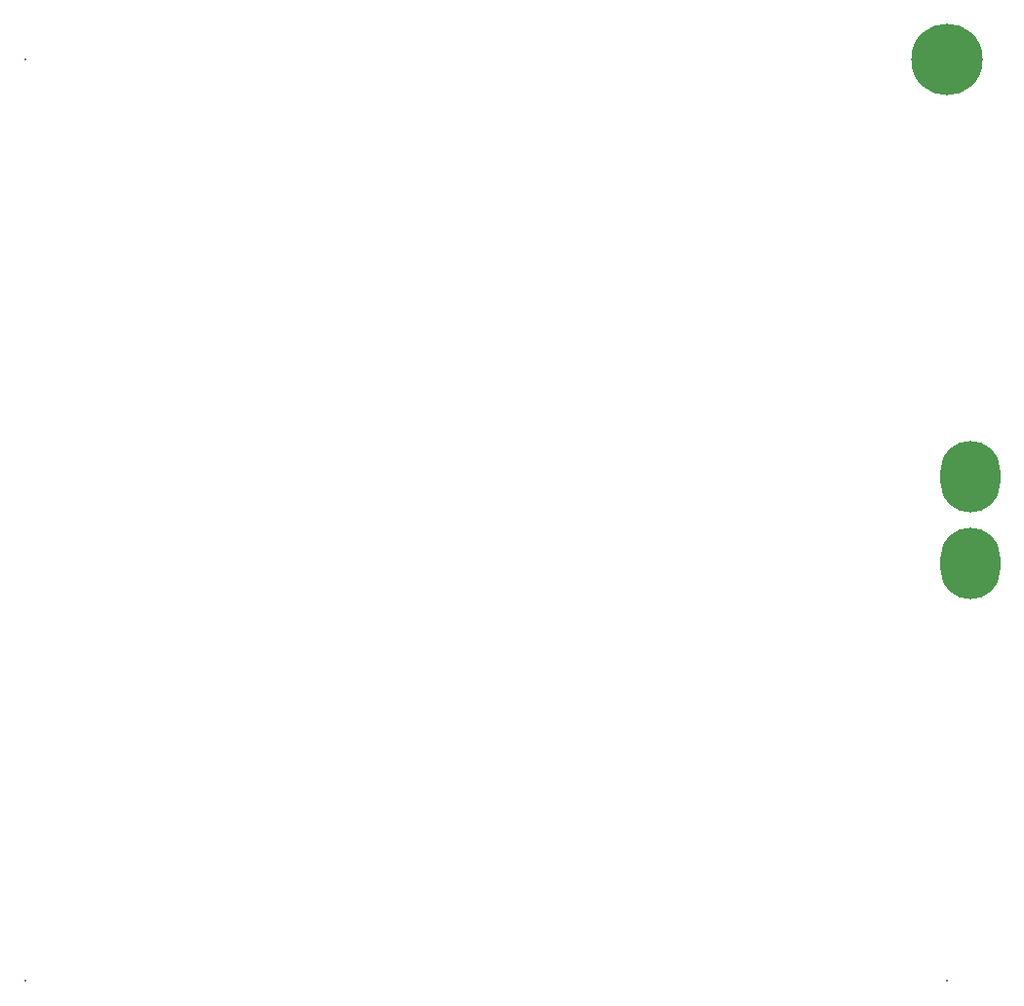
<source format=gbs>
G04 Layer_Color=16711935*
%FSLAX25Y25*%
%MOIN*%
G70*
G01*
G75*
%ADD16C,0.00800*%
%ADD17C,0.24422*%
%ADD18O,0.20485X0.24422*%
D16*
X-157480Y157480D02*
D03*
X157480Y-157480D02*
D03*
X-157480D02*
D03*
D17*
X157480Y157480D02*
D03*
D18*
X165354Y14764D02*
D03*
Y-14764D02*
D03*
M02*

</source>
